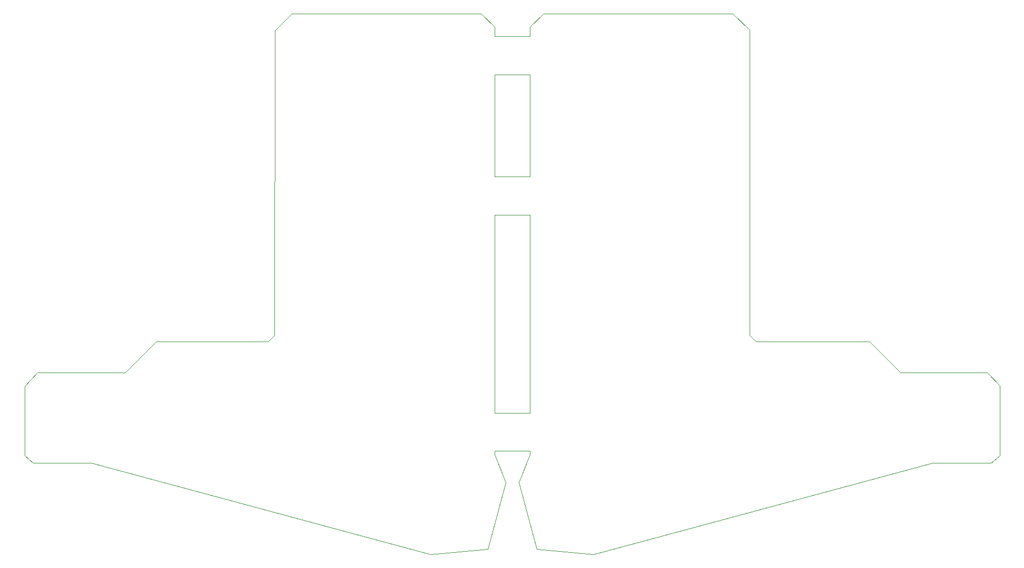
<source format=gbr>
G04 #@! TF.GenerationSoftware,KiCad,Pcbnew,(5.1.4)-1*
G04 #@! TF.CreationDate,2023-06-17T21:44:23-04:00*
G04 #@! TF.ProjectId,ThumbsUp,5468756d-6273-4557-902e-6b696361645f,rev?*
G04 #@! TF.SameCoordinates,Original*
G04 #@! TF.FileFunction,Profile,NP*
%FSLAX46Y46*%
G04 Gerber Fmt 4.6, Leading zero omitted, Abs format (unit mm)*
G04 Created by KiCad (PCBNEW (5.1.4)-1) date 2023-06-17 21:44:23*
%MOMM*%
%LPD*%
G04 APERTURE LIST*
%ADD10C,0.050000*%
G04 APERTURE END LIST*
D10*
X136000000Y-458130000D02*
X136002490Y-458734349D01*
X130340000Y-458130000D02*
X136000000Y-458130000D01*
X130334214Y-458738116D02*
X130340000Y-458130000D01*
X130330000Y-452030000D02*
X130330000Y-420160000D01*
X136010000Y-452030000D02*
X130330000Y-452030000D01*
X136000000Y-420160000D02*
X136010000Y-452030000D01*
X130330000Y-420160000D02*
X136000000Y-420160000D01*
X130330000Y-413930000D02*
X130320000Y-397550000D01*
X136010000Y-413930000D02*
X130330000Y-413930000D01*
X136020000Y-397550000D02*
X136010000Y-413930000D01*
X130320000Y-397550000D02*
X136020000Y-397550000D01*
X136020000Y-391330000D02*
X136021905Y-389806391D01*
X130320000Y-391330000D02*
X136020000Y-391330000D01*
X130314797Y-389810158D02*
X130320000Y-391330000D01*
X75800000Y-440500000D02*
X70800000Y-445500000D01*
X70800000Y-445500000D02*
X56700000Y-445500000D01*
X93900000Y-440500000D02*
X94900000Y-439500000D01*
X93900000Y-440500000D02*
X75800000Y-440500000D01*
X171400000Y-439500000D02*
X172400000Y-440500000D01*
X209700000Y-445500000D02*
X211712025Y-447600000D01*
X190700000Y-440500000D02*
X195700000Y-445500000D01*
X209700000Y-445500000D02*
X195700000Y-445500000D01*
X190700000Y-440500000D02*
X172400000Y-440500000D01*
X200912025Y-460110323D02*
X146303913Y-474809185D01*
X168712025Y-387660322D02*
X171412025Y-390360322D01*
X65232790Y-460112952D02*
X65432790Y-460112952D01*
X94932790Y-390362952D02*
X94900000Y-439500000D01*
X171412025Y-390360322D02*
X171400000Y-439500000D01*
X211712025Y-447600000D02*
X211712025Y-458910323D01*
X201112025Y-460110322D02*
X210312025Y-460110323D01*
X201112025Y-460110322D02*
X200912025Y-460110323D01*
X211712025Y-458910323D02*
X210312025Y-460110323D01*
X129254192Y-473950399D02*
X120032789Y-474812952D01*
X168712025Y-387660322D02*
X138212026Y-387660322D01*
X129254192Y-473950399D02*
X132132325Y-463188599D01*
X130334214Y-458738116D02*
X132132325Y-463188599D01*
X130314797Y-389810158D02*
X128132789Y-387662952D01*
X97632790Y-387662952D02*
X94932790Y-390362952D01*
X97632790Y-387662952D02*
X128132789Y-387662952D01*
X54632790Y-447700000D02*
X54632789Y-458912952D01*
X54632790Y-447700000D02*
X56700000Y-445500000D01*
X54632789Y-458912952D02*
X56032790Y-460112952D01*
X65232790Y-460112952D02*
X56032790Y-460112952D01*
X136021905Y-389806391D02*
X138212026Y-387660322D01*
X137082510Y-473946632D02*
X146303913Y-474809185D01*
X136002490Y-458734349D02*
X134204378Y-463184833D01*
X137082510Y-473946632D02*
X134204378Y-463184833D01*
X120032789Y-474812952D02*
X65432790Y-460112952D01*
M02*

</source>
